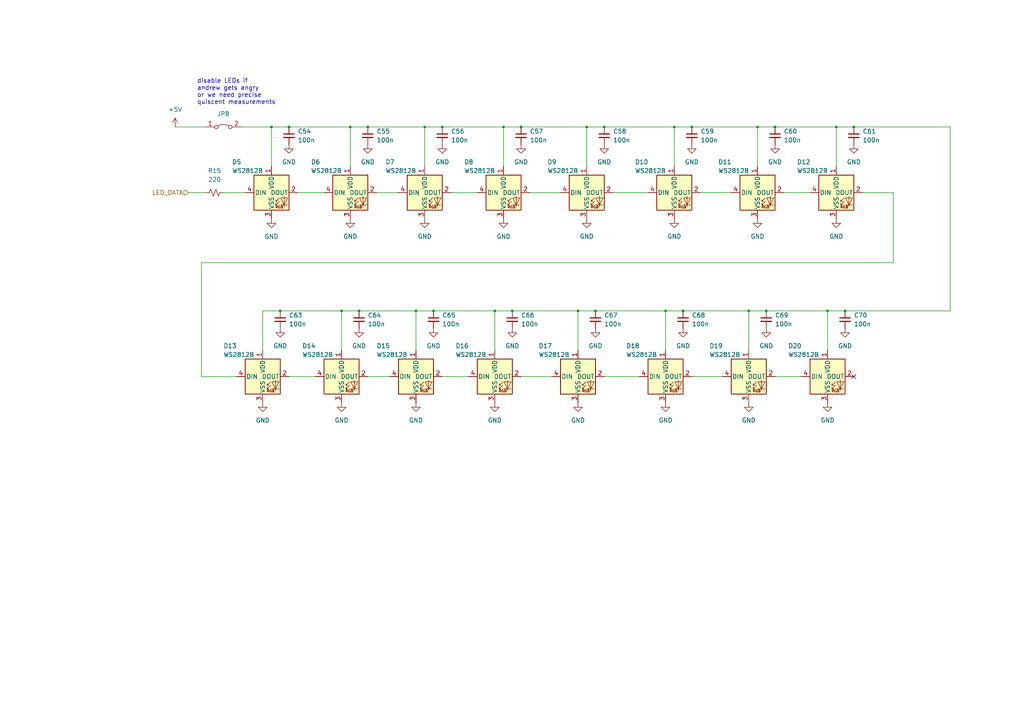
<source format=kicad_sch>
(kicad_sch (version 20220102) (generator eeschema)
  (paper "A4")
  (lib_symbols
    (symbol "Device:C_Small" (pin_numbers hide) (pin_names (offset 0.254) hide)
      (property "Reference" "C" (at 0.254 1.778 0))
      (property "Value" "C_Small" (at 0.254 -2.032 0))
      (symbol "C_Small_0_1"
        (polyline (pts (xy -1.524 -0.508) (xy 1.524 -0.508)) (stroke (width 0.3302)))
        (polyline (pts (xy -1.524 0.508) (xy 1.524 0.508)) (stroke (width 0.3048)))
      )
      (symbol "C_Small_1_1"
        (pin passive line (at 0 2.54 270) (length 2.032) (name "~") (number "1"))
        (pin passive line (at 0 -2.54 90) (length 2.032) (name "~") (number "2"))
      )
    )
    (symbol "Device:R_Small_US" (pin_numbers hide) (pin_names (offset 0.254) hide)
      (property "Reference" "R" (at 0.762 0.508 0))
      (property "Value" "R_Small_US" (at 0.762 -1.016 0))
      (symbol "R_Small_US_1_1"
        (polyline (pts (xy 0 0) (xy 1.016 -0.381) (xy 0 -0.762) (xy -1.016 -1.143) (xy 0 -1.524)))
        (polyline (pts (xy 0 1.524) (xy 1.016 1.143) (xy 0 0.762) (xy -1.016 0.381) (xy 0 0)))
        (pin passive line (at 0 2.54 270) (length 1.016) (name "~") (number "1"))
        (pin passive line (at 0 -2.54 90) (length 1.016) (name "~") (number "2"))
      )
    )
    (symbol "Jumper:Jumper_2_Bridged" (pin_names (offset 0) hide)
      (property "Reference" "JP" (at 0 1.905 0))
      (property "Value" "Jumper_2_Bridged" (at 0 -2.54 0))
      (symbol "Jumper_2_Bridged_0_0"
        (circle (center -2.032 0) (radius 0.508))
        (circle (center 2.032 0) (radius 0.508))
      )
      (symbol "Jumper_2_Bridged_0_1"
        (arc (start 1.524 0.254) (mid 0 0.762) (end -1.524 0.254))
      )
      (symbol "Jumper_2_Bridged_1_1"
        (pin passive line (at -5.08 0 0) (length 2.54) (name "A") (number "1"))
        (pin passive line (at 5.08 0 180) (length 2.54) (name "B") (number "2"))
      )
    )
    (symbol "LED:WS2812B" (pin_names (offset 0.254))
      (property "Reference" "D" (at 5.08 5.715 0))
      (property "Value" "WS2812B" (at 1.27 -5.715 0))
      (symbol "WS2812B_0_0"
        (text "RGB" (at 2.286 -4.191 0) (effects (font (size 0.762 0.762))))
      )
      (symbol "WS2812B_0_1"
        (polyline (pts (xy 1.27 -3.556) (xy 1.778 -3.556)))
        (polyline (pts (xy 1.27 -2.54) (xy 1.778 -2.54)))
        (polyline (pts (xy 4.699 -3.556) (xy 2.667 -3.556)))
        (polyline (pts (xy 2.286 -2.54) (xy 1.27 -3.556) (xy 1.27 -3.048)))
        (polyline (pts (xy 2.286 -1.524) (xy 1.27 -2.54) (xy 1.27 -2.032)))
        (polyline (pts (xy 3.683 -1.016) (xy 3.683 -3.556) (xy 3.683 -4.064)))
        (polyline (pts (xy 4.699 -1.524) (xy 2.667 -1.524) (xy 3.683 -3.556) (xy 4.699 -1.524)))
        (rectangle (start 5.08 5.08) (end -5.08 -5.08) (stroke (width 0.254)) (fill (type background)))
      )
      (symbol "WS2812B_1_1"
        (pin power_in line (at 0 7.62 270) (length 2.54) (name "VDD") (number "1"))
        (pin output line (at 7.62 0 180) (length 2.54) (name "DOUT") (number "2"))
        (pin power_in line (at 0 -7.62 90) (length 2.54) (name "VSS") (number "3"))
        (pin input line (at -7.62 0 0) (length 2.54) (name "DIN") (number "4"))
      )
    )
    (symbol "power:+5V" (power) (pin_names (offset 0))
      (property "Value" "+5V" (at 0 3.556 0))
      (symbol "+5V_0_1"
        (polyline (pts (xy -0.762 1.27) (xy 0 2.54)))
        (polyline (pts (xy 0 0) (xy 0 2.54)))
        (polyline (pts (xy 0 2.54) (xy 0.762 1.27)))
      )
      (symbol "+5V_1_1"
        (pin power_in line (at 0 0 90) (length 0) hide (name "+5V") (number "1"))
      )
    )
    (symbol "power:GND" (power) (pin_names (offset 0))
      (property "Value" "GND" (at 0 -3.81 0))
      (symbol "GND_0_1"
        (polyline (pts (xy 0 0) (xy 0 -1.27) (xy 1.27 -1.27) (xy 0 -2.54) (xy -1.27 -1.27) (xy 0 -1.27)))
      )
      (symbol "GND_1_1"
        (pin power_in line (at 0 0 270) (length 0) hide (name "GND") (number "1"))
      )
    )
  )
  (junction (at 167.64 90.17) (diameter 0.6096))
  (junction (at 240.03 90.17) (diameter 0.6096))
  (junction (at 193.04 90.17) (diameter 0.6096))
  (junction (at 104.14 90.17) (diameter 0.6096))
  (junction (at 195.58 36.83) (diameter 0.6096))
  (junction (at 148.59 90.17) (diameter 0.6096))
  (junction (at 198.12 90.17) (diameter 0.6096))
  (junction (at 125.73 90.17) (diameter 0.6096))
  (junction (at 99.06 90.17) (diameter 0.6096))
  (junction (at 106.68 36.83) (diameter 0.6096))
  (junction (at 146.05 36.83) (diameter 0.6096))
  (junction (at 78.74 36.83) (diameter 0.6096))
  (junction (at 81.28 90.17) (diameter 0.6096))
  (junction (at 247.65 36.83) (diameter 0.6096))
  (junction (at 123.19 36.83) (diameter 0.6096))
  (junction (at 222.25 90.17) (diameter 0.6096))
  (junction (at 224.79 36.83) (diameter 0.6096))
  (junction (at 200.66 36.83) (diameter 0.6096))
  (junction (at 175.26 36.83) (diameter 0.6096))
  (junction (at 219.71 36.83) (diameter 0.6096))
  (junction (at 83.82 36.83) (diameter 0.6096))
  (junction (at 151.13 36.83) (diameter 0.6096))
  (junction (at 170.18 36.83) (diameter 0.6096))
  (junction (at 101.6 36.83) (diameter 0.6096))
  (junction (at 245.11 90.17) (diameter 0.6096))
  (junction (at 120.65 90.17) (diameter 0.6096))
  (junction (at 217.17 90.17) (diameter 0.6096))
  (junction (at 242.57 36.83) (diameter 0.6096))
  (junction (at 143.51 90.17) (diameter 0.6096))
  (junction (at 172.72 90.17) (diameter 0.6096))
  (junction (at 128.27 36.83) (diameter 0.6096))
  (no_connect (at 247.65 109.22))
  (wire (pts (xy 227.33 55.88) (xy 234.95 55.88)))
  (wire (pts (xy 104.14 90.17) (xy 120.65 90.17)))
  (wire (pts (xy 120.65 90.17) (xy 125.73 90.17)))
  (wire (pts (xy 81.28 90.17) (xy 99.06 90.17)))
  (wire (pts (xy 99.06 90.17) (xy 104.14 90.17)))
  (wire (pts (xy 58.42 76.2) (xy 259.08 76.2)))
  (wire (pts (xy 58.42 109.22) (xy 58.42 76.2)))
  (wire (pts (xy 259.08 55.88) (xy 250.19 55.88)))
  (wire (pts (xy 259.08 76.2) (xy 259.08 55.88)))
  (wire (pts (xy 167.64 101.6) (xy 167.64 90.17)))
  (wire (pts (xy 177.8 55.88) (xy 187.96 55.88)))
  (wire (pts (xy 99.06 101.6) (xy 99.06 90.17)))
  (wire (pts (xy 240.03 101.6) (xy 240.03 90.17)))
  (wire (pts (xy 109.22 55.88) (xy 115.57 55.88)))
  (wire (pts (xy 130.81 55.88) (xy 138.43 55.88)))
  (wire (pts (xy 106.68 109.22) (xy 113.03 109.22)))
  (wire (pts (xy 198.12 90.17) (xy 217.17 90.17)))
  (wire (pts (xy 217.17 90.17) (xy 222.25 90.17)))
  (wire (pts (xy 83.82 109.22) (xy 91.44 109.22)))
  (wire (pts (xy 146.05 48.26) (xy 146.05 36.83)))
  (wire (pts (xy 151.13 109.22) (xy 160.02 109.22)))
  (wire (pts (xy 172.72 90.17) (xy 193.04 90.17)))
  (wire (pts (xy 193.04 90.17) (xy 198.12 90.17)))
  (wire (pts (xy 101.6 48.26) (xy 101.6 36.83)))
  (wire (pts (xy 203.2 55.88) (xy 212.09 55.88)))
  (wire (pts (xy 69.85 36.83) (xy 78.74 36.83)))
  (wire (pts (xy 78.74 36.83) (xy 83.82 36.83)))
  (wire (pts (xy 83.82 36.83) (xy 101.6 36.83)))
  (wire (pts (xy 101.6 36.83) (xy 106.68 36.83)))
  (wire (pts (xy 106.68 36.83) (xy 123.19 36.83)))
  (wire (pts (xy 123.19 36.83) (xy 128.27 36.83)))
  (wire (pts (xy 128.27 36.83) (xy 146.05 36.83)))
  (wire (pts (xy 146.05 36.83) (xy 151.13 36.83)))
  (wire (pts (xy 151.13 36.83) (xy 170.18 36.83)))
  (wire (pts (xy 170.18 36.83) (xy 175.26 36.83)))
  (wire (pts (xy 175.26 36.83) (xy 195.58 36.83)))
  (wire (pts (xy 195.58 36.83) (xy 200.66 36.83)))
  (wire (pts (xy 200.66 36.83) (xy 219.71 36.83)))
  (wire (pts (xy 219.71 36.83) (xy 224.79 36.83)))
  (wire (pts (xy 224.79 36.83) (xy 242.57 36.83)))
  (wire (pts (xy 242.57 36.83) (xy 247.65 36.83)))
  (wire (pts (xy 247.65 36.83) (xy 275.59 36.83)))
  (wire (pts (xy 219.71 48.26) (xy 219.71 36.83)))
  (wire (pts (xy 217.17 101.6) (xy 217.17 90.17)))
  (wire (pts (xy 222.25 90.17) (xy 240.03 90.17)))
  (wire (pts (xy 240.03 90.17) (xy 245.11 90.17)))
  (wire (pts (xy 224.79 109.22) (xy 232.41 109.22)))
  (wire (pts (xy 76.2 90.17) (xy 81.28 90.17)))
  (wire (pts (xy 123.19 48.26) (xy 123.19 36.83)))
  (wire (pts (xy 193.04 101.6) (xy 193.04 90.17)))
  (wire (pts (xy 242.57 48.26) (xy 242.57 36.83)))
  (wire (pts (xy 128.27 109.22) (xy 135.89 109.22)))
  (wire (pts (xy 86.36 55.88) (xy 93.98 55.88)))
  (wire (pts (xy 143.51 101.6) (xy 143.51 90.17)))
  (wire (pts (xy 54.61 55.88) (xy 59.69 55.88)))
  (wire (pts (xy 64.77 55.88) (xy 71.12 55.88)))
  (wire (pts (xy 153.67 55.88) (xy 162.56 55.88)))
  (wire (pts (xy 120.65 101.6) (xy 120.65 90.17)))
  (wire (pts (xy 125.73 90.17) (xy 143.51 90.17)))
  (wire (pts (xy 143.51 90.17) (xy 148.59 90.17)))
  (wire (pts (xy 275.59 36.83) (xy 275.59 90.17)))
  (wire (pts (xy 275.59 90.17) (xy 245.11 90.17)))
  (wire (pts (xy 76.2 101.6) (xy 76.2 90.17)))
  (wire (pts (xy 170.18 48.26) (xy 170.18 36.83)))
  (wire (pts (xy 148.59 90.17) (xy 167.64 90.17)))
  (wire (pts (xy 167.64 90.17) (xy 172.72 90.17)))
  (wire (pts (xy 200.66 109.22) (xy 209.55 109.22)))
  (wire (pts (xy 175.26 109.22) (xy 185.42 109.22)))
  (wire (pts (xy 195.58 48.26) (xy 195.58 36.83)))
  (wire (pts (xy 50.8 36.83) (xy 59.69 36.83)))
  (wire (pts (xy 58.42 109.22) (xy 68.58 109.22)))
  (wire (pts (xy 78.74 48.26) (xy 78.74 36.83)))
  (text "disable LEDs if\nandrew gets angry\nor we need precise\nquiscent measurements" (at 57.15 30.48 0) (effects (font (size 1.27 1.27)) (justify left bottom)))
  (hierarchical_label "LED_DATA" (shape input) (at 54.61 55.88 180))
  (symbol (lib_id "Device:C_Small") (at 81.28 92.71 0) (unit 1)
    (property "Reference" "C63" (at 83.82 91.4399 0) (effects (justify left)))
    (property "Value" "100n" (at 83.82 93.9799 0) (effects (justify left)))
    (property "Footprint" "Capacitor_SMD:C_0603_1608Metric" (effects hide))
  )
  (symbol (lib_id "power:+5V") (at 50.8 36.83 0) (unit 1)
    (property "Reference" "#PWR0208" (effects hide))
    (property "Value" "+5V" (at 50.8 31.75 0))
  )
  (symbol (lib_id "power:GND") (at 148.59 95.25 0) (unit 1)
    (property "Reference" "#PWR0235" (effects hide))
    (property "Value" "GND" (at 148.59 100.33 0))
  )
  (symbol (lib_id "Device:C_Small") (at 172.72 92.71 0) (unit 1)
    (property "Reference" "C67" (at 175.26 91.4399 0) (effects (justify left)))
    (property "Value" "100n" (at 175.26 93.9799 0) (effects (justify left)))
    (property "Footprint" "Capacitor_SMD:C_0603_1608Metric" (effects hide))
  )
  (symbol (lib_id "Device:C_Small") (at 125.73 92.71 0) (unit 1)
    (property "Reference" "C65" (at 128.27 91.4399 0) (effects (justify left)))
    (property "Value" "100n" (at 128.27 93.9799 0) (effects (justify left)))
    (property "Footprint" "Capacitor_SMD:C_0603_1608Metric" (effects hide))
  )
  (symbol (lib_id "power:GND") (at 175.26 41.91 0) (unit 1)
    (property "Reference" "#PWR0209" (effects hide))
    (property "Value" "GND" (at 175.26 46.99 0))
  )
  (symbol (lib_id "LED:WS2812B") (at 99.06 109.22 0) (unit 1)
    (property "Reference" "D14" (at 87.63 100.3299 0) (effects (justify left)))
    (property "Value" "WS2812B" (at 87.63 102.8699 0) (effects (justify left)))
    (property "Footprint" "project:SK6812-2020" (effects hide))
    (property "Datasheet" "https://cdn-shop.adafruit.com/datasheets/WS2812B.pdf" (effects hide))
  )
  (symbol (lib_id "power:GND") (at 99.06 116.84 0) (unit 1)
    (property "Reference" "#PWR0224" (effects hide))
    (property "Value" "GND" (at 99.06 121.92 0))
  )
  (symbol (lib_id "power:GND") (at 195.58 63.5 0) (unit 1)
    (property "Reference" "#PWR0211" (effects hide))
    (property "Value" "GND" (at 195.58 68.58 0))
  )
  (symbol (lib_id "power:GND") (at 219.71 63.5 0) (unit 1)
    (property "Reference" "#PWR0214" (effects hide))
    (property "Value" "GND" (at 219.71 68.58 0))
  )
  (symbol (lib_id "power:GND") (at 222.25 95.25 0) (unit 1)
    (property "Reference" "#PWR0239" (effects hide))
    (property "Value" "GND" (at 222.25 100.33 0))
  )
  (symbol (lib_id "power:GND") (at 120.65 116.84 0) (unit 1)
    (property "Reference" "#PWR0222" (effects hide))
    (property "Value" "GND" (at 120.65 121.92 0))
  )
  (symbol (lib_id "power:GND") (at 217.17 116.84 0) (unit 1)
    (property "Reference" "#PWR0233" (effects hide))
    (property "Value" "GND" (at 217.17 121.92 0))
  )
  (symbol (lib_id "LED:WS2812B") (at 219.71 55.88 0) (unit 1)
    (property "Reference" "D11" (at 208.28 46.9899 0) (effects (justify left)))
    (property "Value" "WS2812B" (at 208.28 49.5299 0) (effects (justify left)))
    (property "Footprint" "project:SK6812-2020" (effects hide))
    (property "Datasheet" "https://cdn-shop.adafruit.com/datasheets/WS2812B.pdf" (effects hide))
  )
  (symbol (lib_id "LED:WS2812B") (at 143.51 109.22 0) (unit 1)
    (property "Reference" "D16" (at 132.08 100.3299 0) (effects (justify left)))
    (property "Value" "WS2812B" (at 132.08 102.8699 0) (effects (justify left)))
    (property "Footprint" "project:SK6812-2020" (effects hide))
    (property "Datasheet" "https://cdn-shop.adafruit.com/datasheets/WS2812B.pdf" (effects hide))
  )
  (symbol (lib_id "Device:C_Small") (at 222.25 92.71 0) (unit 1)
    (property "Reference" "C69" (at 224.79 91.4399 0) (effects (justify left)))
    (property "Value" "100n" (at 224.79 93.9799 0) (effects (justify left)))
    (property "Footprint" "Capacitor_SMD:C_0603_1608Metric" (effects hide))
  )
  (symbol (lib_id "LED:WS2812B") (at 101.6 55.88 0) (unit 1)
    (property "Reference" "D6" (at 90.17 46.9899 0) (effects (justify left)))
    (property "Value" "WS2812B" (at 90.17 49.5299 0) (effects (justify left)))
    (property "Footprint" "project:SK6812-2020" (effects hide))
    (property "Datasheet" "https://cdn-shop.adafruit.com/datasheets/WS2812B.pdf" (effects hide))
  )
  (symbol (lib_id "LED:WS2812B") (at 146.05 55.88 0) (unit 1)
    (property "Reference" "D8" (at 134.62 46.9899 0) (effects (justify left)))
    (property "Value" "WS2812B" (at 134.62 49.5299 0) (effects (justify left)))
    (property "Footprint" "project:SK6812-2020" (effects hide))
    (property "Datasheet" "https://cdn-shop.adafruit.com/datasheets/WS2812B.pdf" (effects hide))
  )
  (symbol (lib_id "power:GND") (at 151.13 41.91 0) (unit 1)
    (property "Reference" "#PWR0204" (effects hide))
    (property "Value" "GND" (at 151.13 46.99 0))
  )
  (symbol (lib_id "power:GND") (at 167.64 116.84 0) (unit 1)
    (property "Reference" "#PWR0236" (effects hide))
    (property "Value" "GND" (at 167.64 121.92 0))
  )
  (symbol (lib_id "power:GND") (at 224.79 41.91 0) (unit 1)
    (property "Reference" "#PWR0215" (effects hide))
    (property "Value" "GND" (at 224.79 46.99 0))
  )
  (symbol (lib_id "power:GND") (at 101.6 63.5 0) (unit 1)
    (property "Reference" "#PWR0203" (effects hide))
    (property "Value" "GND" (at 101.6 68.58 0))
  )
  (symbol (lib_id "power:GND") (at 172.72 95.25 0) (unit 1)
    (property "Reference" "#PWR0241" (effects hide))
    (property "Value" "GND" (at 172.72 100.33 0))
  )
  (symbol (lib_id "power:GND") (at 200.66 41.91 0) (unit 1)
    (property "Reference" "#PWR0212" (effects hide))
    (property "Value" "GND" (at 200.66 46.99 0))
  )
  (symbol (lib_id "LED:WS2812B") (at 167.64 109.22 0) (unit 1)
    (property "Reference" "D17" (at 156.21 100.3299 0) (effects (justify left)))
    (property "Value" "WS2812B" (at 156.21 102.8699 0) (effects (justify left)))
    (property "Footprint" "project:SK6812-2020" (effects hide))
    (property "Datasheet" "https://cdn-shop.adafruit.com/datasheets/WS2812B.pdf" (effects hide))
  )
  (symbol (lib_id "LED:WS2812B") (at 240.03 109.22 0) (unit 1)
    (property "Reference" "D20" (at 228.6 100.3299 0) (effects (justify left)))
    (property "Value" "WS2812B" (at 228.6 102.8699 0) (effects (justify left)))
    (property "Footprint" "project:SK6812-2020" (effects hide))
    (property "Datasheet" "https://cdn-shop.adafruit.com/datasheets/WS2812B.pdf" (effects hide))
  )
  (symbol (lib_id "power:GND") (at 146.05 63.5 0) (unit 1)
    (property "Reference" "#PWR0205" (effects hide))
    (property "Value" "GND" (at 146.05 68.58 0))
  )
  (symbol (lib_id "LED:WS2812B") (at 195.58 55.88 0) (unit 1)
    (property "Reference" "D10" (at 184.15 46.9899 0) (effects (justify left)))
    (property "Value" "WS2812B" (at 184.15 49.5299 0) (effects (justify left)))
    (property "Footprint" "project:SK6812-2020" (effects hide))
    (property "Datasheet" "https://cdn-shop.adafruit.com/datasheets/WS2812B.pdf" (effects hide))
  )
  (symbol (lib_id "Device:C_Small") (at 247.65 39.37 0) (unit 1)
    (property "Reference" "C61" (at 250.19 38.0999 0) (effects (justify left)))
    (property "Value" "100n" (at 250.19 40.6399 0) (effects (justify left)))
    (property "Footprint" "Capacitor_SMD:C_0603_1608Metric" (effects hide))
  )
  (symbol (lib_id "LED:WS2812B") (at 78.74 55.88 0) (unit 1)
    (property "Reference" "D5" (at 67.31 46.9899 0) (effects (justify left)))
    (property "Value" "WS2812B" (at 67.31 49.5299 0) (effects (justify left)))
    (property "Footprint" "project:SK6812-2020" (effects hide))
    (property "Datasheet" "https://cdn-shop.adafruit.com/datasheets/WS2812B.pdf" (effects hide))
  )
  (symbol (lib_id "LED:WS2812B") (at 217.17 109.22 0) (unit 1)
    (property "Reference" "D19" (at 205.74 100.3299 0) (effects (justify left)))
    (property "Value" "WS2812B" (at 205.74 102.8699 0) (effects (justify left)))
    (property "Footprint" "project:SK6812-2020" (effects hide))
    (property "Datasheet" "https://cdn-shop.adafruit.com/datasheets/WS2812B.pdf" (effects hide))
  )
  (symbol (lib_id "Device:C_Small") (at 106.68 39.37 0) (unit 1)
    (property "Reference" "C55" (at 109.22 38.0999 0) (effects (justify left)))
    (property "Value" "100n" (at 109.22 40.6399 0) (effects (justify left)))
    (property "Footprint" "Capacitor_SMD:C_0603_1608Metric" (effects hide))
  )
  (symbol (lib_id "power:GND") (at 193.04 116.84 0) (unit 1)
    (property "Reference" "#PWR0232" (effects hide))
    (property "Value" "GND" (at 193.04 121.92 0))
  )
  (symbol (lib_id "power:GND") (at 128.27 41.91 0) (unit 1)
    (property "Reference" "#PWR0197" (effects hide))
    (property "Value" "GND" (at 128.27 46.99 0))
  )
  (symbol (lib_id "Device:R_Small_US") (at 62.23 55.88 90) (unit 1)
    (property "Reference" "R15" (at 62.23 49.53 90))
    (property "Value" "220" (at 62.23 52.07 90))
    (property "Footprint" "Resistor_SMD:R_0603_1608Metric" (effects hide))
  )
  (symbol (lib_id "power:GND") (at 83.82 41.91 0) (unit 1)
    (property "Reference" "#PWR0201" (effects hide))
    (property "Value" "GND" (at 83.82 46.99 0))
  )
  (symbol (lib_id "Device:C_Small") (at 128.27 39.37 0) (unit 1)
    (property "Reference" "C56" (at 130.81 38.0999 0) (effects (justify left)))
    (property "Value" "100n" (at 130.81 40.6399 0) (effects (justify left)))
    (property "Footprint" "Capacitor_SMD:C_0603_1608Metric" (effects hide))
  )
  (symbol (lib_id "power:GND") (at 104.14 95.25 0) (unit 1)
    (property "Reference" "#PWR0221" (effects hide))
    (property "Value" "GND" (at 104.14 100.33 0))
  )
  (symbol (lib_id "LED:WS2812B") (at 193.04 109.22 0) (unit 1)
    (property "Reference" "D18" (at 181.61 100.3299 0) (effects (justify left)))
    (property "Value" "WS2812B" (at 181.61 102.8699 0) (effects (justify left)))
    (property "Footprint" "project:SK6812-2020" (effects hide))
    (property "Datasheet" "https://cdn-shop.adafruit.com/datasheets/WS2812B.pdf" (effects hide))
  )
  (symbol (lib_id "Device:C_Small") (at 224.79 39.37 0) (unit 1)
    (property "Reference" "C60" (at 227.33 38.0999 0) (effects (justify left)))
    (property "Value" "100n" (at 227.33 40.6399 0) (effects (justify left)))
    (property "Footprint" "Capacitor_SMD:C_0603_1608Metric" (effects hide))
  )
  (symbol (lib_id "Jumper:Jumper_2_Bridged") (at 64.77 36.83 0) (unit 1)
    (property "Reference" "JP8" (at 64.77 33.02 0))
    (property "Value" "Jumper_2_Bridged" (effects hide))
    (property "Footprint" "Jumper:SolderJumper-2_P1.3mm_Bridged_Pad1.0x1.5mm" (effects hide))
  )
  (symbol (lib_id "power:GND") (at 81.28 95.25 0) (unit 1)
    (property "Reference" "#PWR0228" (effects hide))
    (property "Value" "GND" (at 81.28 100.33 0))
  )
  (symbol (lib_id "Device:C_Small") (at 198.12 92.71 0) (unit 1)
    (property "Reference" "C68" (at 200.66 91.4399 0) (effects (justify left)))
    (property "Value" "100n" (at 200.66 93.9799 0) (effects (justify left)))
    (property "Footprint" "Capacitor_SMD:C_0603_1608Metric" (effects hide))
  )
  (symbol (lib_id "power:GND") (at 245.11 95.25 0) (unit 1)
    (property "Reference" "#PWR0240" (effects hide))
    (property "Value" "GND" (at 245.11 100.33 0))
  )
  (symbol (lib_id "power:GND") (at 247.65 41.91 0) (unit 1)
    (property "Reference" "#PWR0216" (effects hide))
    (property "Value" "GND" (at 247.65 46.99 0))
  )
  (symbol (lib_id "Device:C_Small") (at 151.13 39.37 0) (unit 1)
    (property "Reference" "C57" (at 153.67 38.0999 0) (effects (justify left)))
    (property "Value" "100n" (at 153.67 40.6399 0) (effects (justify left)))
    (property "Footprint" "Capacitor_SMD:C_0603_1608Metric" (effects hide))
  )
  (symbol (lib_id "Device:C_Small") (at 200.66 39.37 0) (unit 1)
    (property "Reference" "C59" (at 203.2 38.0999 0) (effects (justify left)))
    (property "Value" "100n" (at 203.2 40.6399 0) (effects (justify left)))
    (property "Footprint" "Capacitor_SMD:C_0603_1608Metric" (effects hide))
  )
  (symbol (lib_id "LED:WS2812B") (at 123.19 55.88 0) (unit 1)
    (property "Reference" "D7" (at 111.76 46.9899 0) (effects (justify left)))
    (property "Value" "WS2812B" (at 111.76 49.5299 0) (effects (justify left)))
    (property "Footprint" "project:SK6812-2020" (effects hide))
    (property "Datasheet" "https://cdn-shop.adafruit.com/datasheets/WS2812B.pdf" (effects hide))
  )
  (symbol (lib_id "power:GND") (at 106.68 41.91 0) (unit 1)
    (property "Reference" "#PWR0199" (effects hide))
    (property "Value" "GND" (at 106.68 46.99 0))
  )
  (symbol (lib_id "LED:WS2812B") (at 120.65 109.22 0) (unit 1)
    (property "Reference" "D15" (at 109.22 100.3299 0) (effects (justify left)))
    (property "Value" "WS2812B" (at 109.22 102.8699 0) (effects (justify left)))
    (property "Footprint" "project:SK6812-2020" (effects hide))
    (property "Datasheet" "https://cdn-shop.adafruit.com/datasheets/WS2812B.pdf" (effects hide))
  )
  (symbol (lib_id "power:GND") (at 242.57 63.5 0) (unit 1)
    (property "Reference" "#PWR0217" (effects hide))
    (property "Value" "GND" (at 242.57 68.58 0))
  )
  (symbol (lib_id "power:GND") (at 123.19 63.5 0) (unit 1)
    (property "Reference" "#PWR0198" (effects hide))
    (property "Value" "GND" (at 123.19 68.58 0))
  )
  (symbol (lib_id "LED:WS2812B") (at 242.57 55.88 0) (unit 1)
    (property "Reference" "D12" (at 231.14 46.9899 0) (effects (justify left)))
    (property "Value" "WS2812B" (at 231.14 49.5299 0) (effects (justify left)))
    (property "Footprint" "project:SK6812-2020" (effects hide))
    (property "Datasheet" "https://cdn-shop.adafruit.com/datasheets/WS2812B.pdf" (effects hide))
  )
  (symbol (lib_id "LED:WS2812B") (at 76.2 109.22 0) (unit 1)
    (property "Reference" "D13" (at 64.77 100.3299 0) (effects (justify left)))
    (property "Value" "WS2812B" (at 64.77 102.8699 0) (effects (justify left)))
    (property "Footprint" "project:SK6812-2020" (effects hide))
    (property "Datasheet" "https://cdn-shop.adafruit.com/datasheets/WS2812B.pdf" (effects hide))
  )
  (symbol (lib_id "power:GND") (at 240.03 116.84 0) (unit 1)
    (property "Reference" "#PWR0231" (effects hide))
    (property "Value" "GND" (at 240.03 121.92 0))
  )
  (symbol (lib_id "power:GND") (at 76.2 116.84 0) (unit 1)
    (property "Reference" "#PWR0226" (effects hide))
    (property "Value" "GND" (at 76.2 121.92 0))
  )
  (symbol (lib_id "power:GND") (at 198.12 95.25 0) (unit 1)
    (property "Reference" "#PWR0243" (effects hide))
    (property "Value" "GND" (at 198.12 100.33 0))
  )
  (symbol (lib_id "Device:C_Small") (at 83.82 39.37 0) (unit 1)
    (property "Reference" "C54" (at 86.36 38.0999 0) (effects (justify left)))
    (property "Value" "100n" (at 86.36 40.6399 0) (effects (justify left)))
    (property "Footprint" "Capacitor_SMD:C_0603_1608Metric" (effects hide))
  )
  (symbol (lib_id "power:GND") (at 170.18 63.5 0) (unit 1)
    (property "Reference" "#PWR0210" (effects hide))
    (property "Value" "GND" (at 170.18 68.58 0))
  )
  (symbol (lib_id "power:GND") (at 78.74 63.5 0) (unit 1)
    (property "Reference" "#PWR0202" (effects hide))
    (property "Value" "GND" (at 78.74 68.58 0))
  )
  (symbol (lib_id "Device:C_Small") (at 245.11 92.71 0) (unit 1)
    (property "Reference" "C70" (at 247.65 91.4399 0) (effects (justify left)))
    (property "Value" "100n" (at 247.65 93.9799 0) (effects (justify left)))
    (property "Footprint" "Capacitor_SMD:C_0603_1608Metric" (effects hide))
  )
  (symbol (lib_id "Device:C_Small") (at 175.26 39.37 0) (unit 1)
    (property "Reference" "C58" (at 177.8 38.0999 0) (effects (justify left)))
    (property "Value" "100n" (at 177.8 40.6399 0) (effects (justify left)))
    (property "Footprint" "Capacitor_SMD:C_0603_1608Metric" (effects hide))
  )
  (symbol (lib_id "Device:C_Small") (at 104.14 92.71 0) (unit 1)
    (property "Reference" "C64" (at 106.68 91.4399 0) (effects (justify left)))
    (property "Value" "100n" (at 106.68 93.9799 0) (effects (justify left)))
    (property "Footprint" "Capacitor_SMD:C_0603_1608Metric" (effects hide))
  )
  (symbol (lib_id "Device:C_Small") (at 148.59 92.71 0) (unit 1)
    (property "Reference" "C66" (at 151.13 91.4399 0) (effects (justify left)))
    (property "Value" "100n" (at 151.13 93.9799 0) (effects (justify left)))
    (property "Footprint" "Capacitor_SMD:C_0603_1608Metric" (effects hide))
  )
  (symbol (lib_id "power:GND") (at 143.51 116.84 0) (unit 1)
    (property "Reference" "#PWR0223" (effects hide))
    (property "Value" "GND" (at 143.51 121.92 0))
  )
  (symbol (lib_id "LED:WS2812B") (at 170.18 55.88 0) (unit 1)
    (property "Reference" "D9" (at 158.75 46.9899 0) (effects (justify left)))
    (property "Value" "WS2812B" (at 158.75 49.5299 0) (effects (justify left)))
    (property "Footprint" "project:SK6812-2020" (effects hide))
    (property "Datasheet" "https://cdn-shop.adafruit.com/datasheets/WS2812B.pdf" (effects hide))
  )
  (symbol (lib_id "power:GND") (at 125.73 95.25 0) (unit 1)
    (property "Reference" "#PWR0230" (effects hide))
    (property "Value" "GND" (at 125.73 100.33 0))
  )
)
</source>
